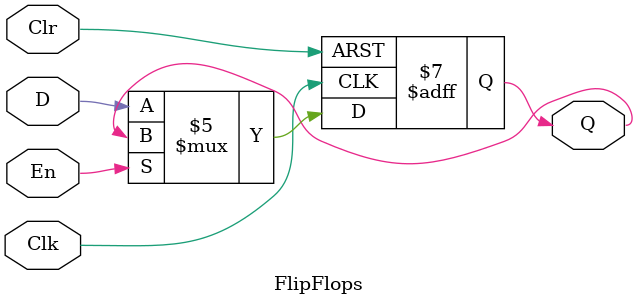
<source format=v>
`timescale 1ns / 1ps
module FlipFlops(D, Clk, En, Clr, Q);
	//Inputs
	input D;
	input Clk;
	input En;
	input Clr;
	//outpus
	output Q;
	//Register Q
	reg Q;
	
/*	//A: Basic D-Type FlipFlip, with rinsing edge
	always @(posedge Clk)
	begin
		Q = D;
	end*/
	
/*	
	//B: Basic D-Type FlipFlip, with Falling edge
	always @(negedge Clk)
	begin
		Q = D;
	end
	*/
/*	
	//C: D-Type FlipFlip, with rising edge
	//	And asynchronous Reset on logic 1
	always @(posedge Clk or posedge Clr)
	begin
		//if(Clr == 1'b1)
			if(Clr)
				Q = 1'b0;
			else	
				Q = D;
	end
	*/
/*	
		//D: D-Type FlipFlip, with rising edge
		//	And asynchronous Reset on logic 0
	always @(posedge Clk or negedge Clr)
	begin
		//if(Clr == 1'b0)
			if(!Clr)
				Q = 1'b0;
			else	
				Q = D;
	end
	*/
/*			//D: D-Type FlipFlip, with rising edge
		//	And Synchronous Reset on logic 1
		//IF something depends on the clock you dont have to put in the sensitivity list
	always @(posedge Clk)
	begin
		//if(Clr == 1'b0)
			if(Rst)
				Q = 1'b0;
			else	
				Q = D;
	end
	*/
/*		//E: D-Type FlipFlip, with rising edge
		//	And Synchronous Reset on logic 0
		//IF something depends on the clock you dont have to put in the sensitivity list
	always @(posedge Clk)
	begin
		//if(Clr == 1'b0)
			if(!Rst)
				Q = 1'b0;
			else	
				Q = D;
	end*/
	
	/*		//G: D-Type FlipFlip, with rising edge
		//	And Asynchronous Reset on logic 1
		//With Clk enable
		//IF something depends on the clock you dont have to put in the sensitivity list
	always @(posedge Clk or posedge Clr)
	begin
		//if(Clr == 1'b0)
			if(Clr)
				Q = 1'b0;
			else if (En)	
				Q = D;
	end*/
	
			//G: D-Type FlipFlip, with rising edge
		//	And Asynchronous Reset on logic 1
		//With Clk enable
		//IF something depends on the clock you dont have to put in the sensitivity list
	always @(negedge Clk or negedge Clr)
	begin
		//if(Clr == 1'b0)
			if(!Clr)
				Q = 1'b0;
			else if (!En)	
				Q = D;
	end

endmodule

</source>
